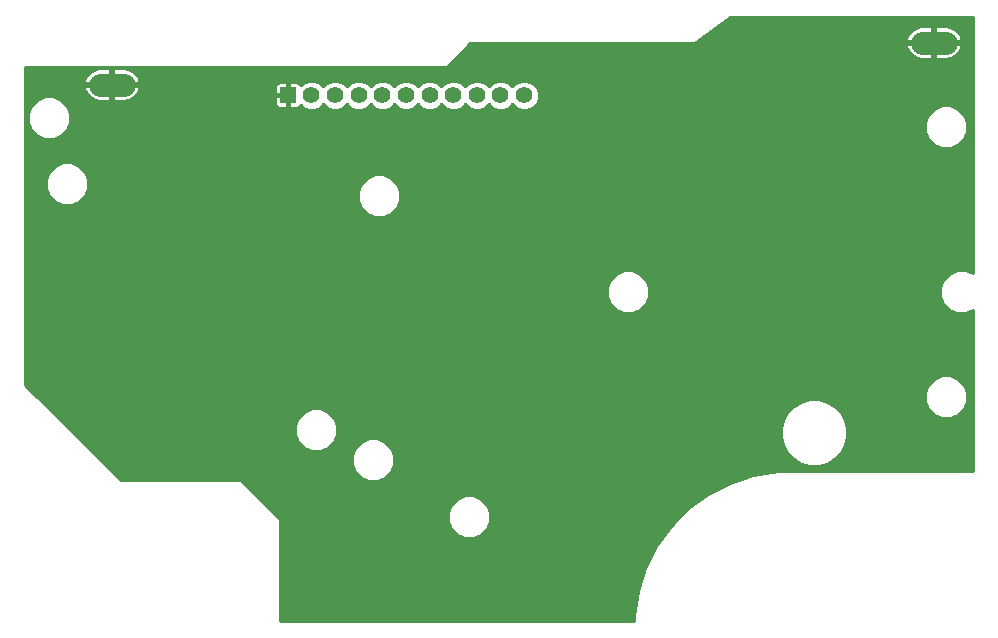
<source format=gbl>
G75*
%MOIN*%
%OFA0B0*%
%FSLAX25Y25*%
%IPPOS*%
%LPD*%
%AMOC8*
5,1,8,0,0,1.08239X$1,22.5*
%
%ADD10R,0.05600X0.05600*%
%ADD11C,0.05600*%
%ADD12C,0.07800*%
%ADD13C,0.01000*%
%ADD14C,0.03562*%
D10*
X0094454Y0181379D03*
D11*
X0102328Y0181379D03*
X0110202Y0181379D03*
X0118076Y0181379D03*
X0125950Y0181379D03*
X0133824Y0181379D03*
X0141698Y0181379D03*
X0149572Y0181379D03*
X0157446Y0181379D03*
X0165320Y0181379D03*
X0173194Y0181379D03*
D12*
X0305924Y0198942D02*
X0313724Y0198942D01*
X0039724Y0184942D02*
X0031924Y0184942D01*
D13*
X0006924Y0084812D02*
X0038693Y0053042D01*
X0078693Y0053042D01*
X0090693Y0041042D01*
X0090693Y0041042D01*
X0091924Y0039812D01*
X0091924Y0006042D01*
X0209724Y0006042D01*
X0209724Y0008043D01*
X0211006Y0016142D01*
X0211006Y0016142D01*
X0213541Y0023942D01*
X0213541Y0023942D01*
X0217264Y0031249D01*
X0217264Y0031249D01*
X0222084Y0037883D01*
X0222084Y0037883D01*
X0227883Y0043682D01*
X0227883Y0043682D01*
X0234517Y0048502D01*
X0234517Y0048502D01*
X0241824Y0052225D01*
X0241824Y0052225D01*
X0249623Y0054759D01*
X0249624Y0054759D01*
X0257723Y0056042D01*
X0322724Y0056042D01*
X0322724Y0109873D01*
X0320236Y0108842D01*
X0317411Y0108842D01*
X0314802Y0109923D01*
X0312805Y0111921D01*
X0311724Y0114530D01*
X0311724Y0117355D01*
X0312805Y0119964D01*
X0314802Y0121961D01*
X0317411Y0123042D01*
X0320236Y0123042D01*
X0322724Y0122012D01*
X0322724Y0207590D01*
X0241747Y0207590D01*
X0230614Y0199204D01*
X0230103Y0198693D01*
X0229936Y0198693D01*
X0229802Y0198592D01*
X0229086Y0198693D01*
X0155300Y0198693D01*
X0147426Y0190819D01*
X0006924Y0190819D01*
X0006924Y0084812D01*
X0006924Y0084822D02*
X0307746Y0084822D01*
X0307805Y0084964D02*
X0306724Y0082355D01*
X0306724Y0079530D01*
X0307805Y0076921D01*
X0309802Y0074923D01*
X0312411Y0073842D01*
X0315236Y0073842D01*
X0317845Y0074923D01*
X0319843Y0076921D01*
X0320924Y0079530D01*
X0320924Y0082355D01*
X0319843Y0084964D01*
X0317845Y0086961D01*
X0315236Y0088042D01*
X0312411Y0088042D01*
X0309802Y0086961D01*
X0307805Y0084964D01*
X0308661Y0085820D02*
X0006924Y0085820D01*
X0006924Y0086819D02*
X0309659Y0086819D01*
X0311868Y0087817D02*
X0006924Y0087817D01*
X0006924Y0088816D02*
X0322724Y0088816D01*
X0322724Y0089814D02*
X0006924Y0089814D01*
X0006924Y0090813D02*
X0322724Y0090813D01*
X0322724Y0091811D02*
X0006924Y0091811D01*
X0006924Y0092810D02*
X0322724Y0092810D01*
X0322724Y0093808D02*
X0006924Y0093808D01*
X0006924Y0094807D02*
X0322724Y0094807D01*
X0322724Y0095805D02*
X0006924Y0095805D01*
X0006924Y0096804D02*
X0322724Y0096804D01*
X0322724Y0097802D02*
X0006924Y0097802D01*
X0006924Y0098801D02*
X0322724Y0098801D01*
X0322724Y0099799D02*
X0006924Y0099799D01*
X0006924Y0100798D02*
X0322724Y0100798D01*
X0322724Y0101796D02*
X0006924Y0101796D01*
X0006924Y0102795D02*
X0322724Y0102795D01*
X0322724Y0103793D02*
X0006924Y0103793D01*
X0006924Y0104792D02*
X0322724Y0104792D01*
X0322724Y0105791D02*
X0006924Y0105791D01*
X0006924Y0106789D02*
X0322724Y0106789D01*
X0322724Y0107788D02*
X0006924Y0107788D01*
X0006924Y0108786D02*
X0322724Y0108786D01*
X0322724Y0109785D02*
X0322511Y0109785D01*
X0315137Y0109785D02*
X0211511Y0109785D01*
X0211845Y0109923D02*
X0213843Y0111921D01*
X0214924Y0114530D01*
X0214924Y0117355D01*
X0213843Y0119964D01*
X0211845Y0121961D01*
X0209236Y0123042D01*
X0206411Y0123042D01*
X0203802Y0121961D01*
X0201805Y0119964D01*
X0200724Y0117355D01*
X0200724Y0114530D01*
X0201805Y0111921D01*
X0203802Y0109923D01*
X0206411Y0108842D01*
X0209236Y0108842D01*
X0211845Y0109923D01*
X0212705Y0110783D02*
X0313942Y0110783D01*
X0312943Y0111782D02*
X0213704Y0111782D01*
X0214199Y0112780D02*
X0312448Y0112780D01*
X0312035Y0113779D02*
X0214612Y0113779D01*
X0214924Y0114777D02*
X0311724Y0114777D01*
X0311724Y0115776D02*
X0214924Y0115776D01*
X0214924Y0116774D02*
X0311724Y0116774D01*
X0311897Y0117773D02*
X0214750Y0117773D01*
X0214337Y0118771D02*
X0312310Y0118771D01*
X0312724Y0119770D02*
X0213923Y0119770D01*
X0213039Y0120768D02*
X0313609Y0120768D01*
X0314607Y0121767D02*
X0212040Y0121767D01*
X0209905Y0122765D02*
X0316742Y0122765D01*
X0320905Y0122765D02*
X0322724Y0122765D01*
X0322724Y0123764D02*
X0006924Y0123764D01*
X0006924Y0124762D02*
X0322724Y0124762D01*
X0322724Y0125761D02*
X0006924Y0125761D01*
X0006924Y0126759D02*
X0322724Y0126759D01*
X0322724Y0127758D02*
X0006924Y0127758D01*
X0006924Y0128756D02*
X0322724Y0128756D01*
X0322724Y0129755D02*
X0006924Y0129755D01*
X0006924Y0130753D02*
X0322724Y0130753D01*
X0322724Y0131752D02*
X0006924Y0131752D01*
X0006924Y0132750D02*
X0322724Y0132750D01*
X0322724Y0133749D02*
X0006924Y0133749D01*
X0006924Y0134747D02*
X0322724Y0134747D01*
X0322724Y0135746D02*
X0006924Y0135746D01*
X0006924Y0136744D02*
X0322724Y0136744D01*
X0322724Y0137743D02*
X0006924Y0137743D01*
X0006924Y0138741D02*
X0322724Y0138741D01*
X0322724Y0139740D02*
X0006924Y0139740D01*
X0006924Y0140738D02*
X0322724Y0140738D01*
X0322724Y0141737D02*
X0128396Y0141737D01*
X0128845Y0141923D02*
X0130843Y0143921D01*
X0131924Y0146530D01*
X0131924Y0149355D01*
X0130843Y0151964D01*
X0128845Y0153961D01*
X0126236Y0155042D01*
X0123411Y0155042D01*
X0120802Y0153961D01*
X0118805Y0151964D01*
X0117724Y0149355D01*
X0117724Y0146530D01*
X0118805Y0143921D01*
X0120802Y0141923D01*
X0123411Y0140842D01*
X0126236Y0140842D01*
X0128845Y0141923D01*
X0129658Y0142735D02*
X0322724Y0142735D01*
X0322724Y0143734D02*
X0130656Y0143734D01*
X0131179Y0144732D02*
X0322724Y0144732D01*
X0322724Y0145731D02*
X0131593Y0145731D01*
X0131924Y0146729D02*
X0322724Y0146729D01*
X0322724Y0147728D02*
X0131924Y0147728D01*
X0131924Y0148727D02*
X0322724Y0148727D01*
X0322724Y0149725D02*
X0131770Y0149725D01*
X0131357Y0150724D02*
X0322724Y0150724D01*
X0322724Y0151722D02*
X0130943Y0151722D01*
X0130086Y0152721D02*
X0322724Y0152721D01*
X0322724Y0153719D02*
X0129088Y0153719D01*
X0127020Y0154718D02*
X0322724Y0154718D01*
X0322724Y0155716D02*
X0026945Y0155716D01*
X0026843Y0155964D02*
X0024845Y0157961D01*
X0022236Y0159042D01*
X0019411Y0159042D01*
X0016802Y0157961D01*
X0014805Y0155964D01*
X0013724Y0153355D01*
X0013724Y0150530D01*
X0014805Y0147921D01*
X0016802Y0145923D01*
X0019411Y0144842D01*
X0022236Y0144842D01*
X0024845Y0145923D01*
X0026843Y0147921D01*
X0027924Y0150530D01*
X0027924Y0153355D01*
X0026843Y0155964D01*
X0026092Y0156715D02*
X0322724Y0156715D01*
X0322724Y0157713D02*
X0025094Y0157713D01*
X0023034Y0158712D02*
X0322724Y0158712D01*
X0322724Y0159710D02*
X0006924Y0159710D01*
X0006924Y0158712D02*
X0018613Y0158712D01*
X0016553Y0157713D02*
X0006924Y0157713D01*
X0006924Y0156715D02*
X0015555Y0156715D01*
X0014702Y0155716D02*
X0006924Y0155716D01*
X0006924Y0154718D02*
X0014288Y0154718D01*
X0013875Y0153719D02*
X0006924Y0153719D01*
X0006924Y0152721D02*
X0013724Y0152721D01*
X0013724Y0151722D02*
X0006924Y0151722D01*
X0006924Y0150724D02*
X0013724Y0150724D01*
X0014057Y0149725D02*
X0006924Y0149725D01*
X0006924Y0148727D02*
X0014471Y0148727D01*
X0014997Y0147728D02*
X0006924Y0147728D01*
X0006924Y0146729D02*
X0015996Y0146729D01*
X0017266Y0145731D02*
X0006924Y0145731D01*
X0006924Y0144732D02*
X0118468Y0144732D01*
X0118055Y0145731D02*
X0024381Y0145731D01*
X0025652Y0146729D02*
X0117724Y0146729D01*
X0117724Y0147728D02*
X0026650Y0147728D01*
X0027177Y0148727D02*
X0117724Y0148727D01*
X0117877Y0149725D02*
X0027590Y0149725D01*
X0027924Y0150724D02*
X0118291Y0150724D01*
X0118704Y0151722D02*
X0027924Y0151722D01*
X0027924Y0152721D02*
X0119561Y0152721D01*
X0120559Y0153719D02*
X0027773Y0153719D01*
X0027359Y0154718D02*
X0122627Y0154718D01*
X0118991Y0143734D02*
X0006924Y0143734D01*
X0006924Y0142735D02*
X0119990Y0142735D01*
X0121252Y0141737D02*
X0006924Y0141737D01*
X0006924Y0160709D02*
X0322724Y0160709D01*
X0322724Y0161707D02*
X0006924Y0161707D01*
X0006924Y0162706D02*
X0322724Y0162706D01*
X0322724Y0163704D02*
X0006924Y0163704D01*
X0006924Y0164703D02*
X0310334Y0164703D01*
X0309802Y0164923D02*
X0307805Y0166921D01*
X0306724Y0169530D01*
X0306724Y0172355D01*
X0307805Y0174964D01*
X0309802Y0176961D01*
X0312411Y0178042D01*
X0315236Y0178042D01*
X0317845Y0176961D01*
X0319843Y0174964D01*
X0320924Y0172355D01*
X0320924Y0169530D01*
X0319843Y0166921D01*
X0317845Y0164923D01*
X0315236Y0163842D01*
X0312411Y0163842D01*
X0309802Y0164923D01*
X0309024Y0165701D02*
X0006924Y0165701D01*
X0006924Y0166700D02*
X0308025Y0166700D01*
X0307482Y0167698D02*
X0018302Y0167698D01*
X0018845Y0167923D02*
X0020843Y0169921D01*
X0021924Y0172530D01*
X0021924Y0175355D01*
X0020843Y0177964D01*
X0018845Y0179961D01*
X0016236Y0181042D01*
X0013411Y0181042D01*
X0010802Y0179961D01*
X0008805Y0177964D01*
X0007724Y0175355D01*
X0007724Y0172530D01*
X0008805Y0169921D01*
X0010802Y0167923D01*
X0013411Y0166842D01*
X0016236Y0166842D01*
X0018845Y0167923D01*
X0019619Y0168697D02*
X0307069Y0168697D01*
X0306724Y0169695D02*
X0020617Y0169695D01*
X0021163Y0170694D02*
X0306724Y0170694D01*
X0306724Y0171692D02*
X0021577Y0171692D01*
X0021924Y0172691D02*
X0306863Y0172691D01*
X0307276Y0173689D02*
X0021924Y0173689D01*
X0021924Y0174688D02*
X0307690Y0174688D01*
X0308527Y0175686D02*
X0021786Y0175686D01*
X0021373Y0176685D02*
X0100857Y0176685D01*
X0101353Y0176479D02*
X0099552Y0177225D01*
X0098678Y0178099D01*
X0098651Y0178000D01*
X0098454Y0177658D01*
X0098175Y0177379D01*
X0097833Y0177182D01*
X0097451Y0177079D01*
X0094854Y0177079D01*
X0094854Y0180979D01*
X0094054Y0180979D01*
X0094054Y0177079D01*
X0091456Y0177079D01*
X0091075Y0177182D01*
X0090733Y0177379D01*
X0090453Y0177658D01*
X0090256Y0178000D01*
X0090154Y0178382D01*
X0090154Y0180979D01*
X0094053Y0180979D01*
X0094053Y0181779D01*
X0090154Y0181779D01*
X0090154Y0184377D01*
X0090256Y0184758D01*
X0090453Y0185100D01*
X0090733Y0185380D01*
X0091075Y0185577D01*
X0091456Y0185679D01*
X0094054Y0185679D01*
X0094054Y0181779D01*
X0094854Y0181779D01*
X0094854Y0185679D01*
X0097451Y0185679D01*
X0097833Y0185577D01*
X0098175Y0185380D01*
X0098454Y0185100D01*
X0098651Y0184758D01*
X0098678Y0184659D01*
X0099552Y0185533D01*
X0101353Y0186279D01*
X0103302Y0186279D01*
X0105103Y0185533D01*
X0106265Y0184372D01*
X0107426Y0185533D01*
X0109227Y0186279D01*
X0111176Y0186279D01*
X0112977Y0185533D01*
X0114139Y0184372D01*
X0115300Y0185533D01*
X0117101Y0186279D01*
X0119050Y0186279D01*
X0120851Y0185533D01*
X0122013Y0184372D01*
X0123174Y0185533D01*
X0124975Y0186279D01*
X0126924Y0186279D01*
X0128725Y0185533D01*
X0129887Y0184372D01*
X0131048Y0185533D01*
X0132849Y0186279D01*
X0134798Y0186279D01*
X0136599Y0185533D01*
X0137761Y0184372D01*
X0138922Y0185533D01*
X0140723Y0186279D01*
X0142672Y0186279D01*
X0144473Y0185533D01*
X0145635Y0184372D01*
X0146796Y0185533D01*
X0148597Y0186279D01*
X0150546Y0186279D01*
X0152347Y0185533D01*
X0153509Y0184372D01*
X0154670Y0185533D01*
X0156471Y0186279D01*
X0158420Y0186279D01*
X0160221Y0185533D01*
X0161383Y0184372D01*
X0162544Y0185533D01*
X0164345Y0186279D01*
X0166294Y0186279D01*
X0168095Y0185533D01*
X0169257Y0184372D01*
X0170418Y0185533D01*
X0172219Y0186279D01*
X0174168Y0186279D01*
X0175969Y0185533D01*
X0177348Y0184155D01*
X0178094Y0182354D01*
X0178094Y0180405D01*
X0177348Y0178604D01*
X0175969Y0177225D01*
X0174168Y0176479D01*
X0172219Y0176479D01*
X0170418Y0177225D01*
X0169257Y0178387D01*
X0168095Y0177225D01*
X0166294Y0176479D01*
X0164345Y0176479D01*
X0162544Y0177225D01*
X0161383Y0178387D01*
X0160221Y0177225D01*
X0158420Y0176479D01*
X0156471Y0176479D01*
X0154670Y0177225D01*
X0153509Y0178387D01*
X0152347Y0177225D01*
X0150546Y0176479D01*
X0148597Y0176479D01*
X0146796Y0177225D01*
X0145635Y0178387D01*
X0144473Y0177225D01*
X0142672Y0176479D01*
X0140723Y0176479D01*
X0138922Y0177225D01*
X0137761Y0178387D01*
X0136599Y0177225D01*
X0134798Y0176479D01*
X0132849Y0176479D01*
X0131048Y0177225D01*
X0129887Y0178387D01*
X0128725Y0177225D01*
X0126924Y0176479D01*
X0124975Y0176479D01*
X0123174Y0177225D01*
X0122013Y0178387D01*
X0120851Y0177225D01*
X0119050Y0176479D01*
X0117101Y0176479D01*
X0115300Y0177225D01*
X0114139Y0178387D01*
X0112977Y0177225D01*
X0111176Y0176479D01*
X0109227Y0176479D01*
X0107426Y0177225D01*
X0106265Y0178387D01*
X0105103Y0177225D01*
X0103302Y0176479D01*
X0101353Y0176479D01*
X0103798Y0176685D02*
X0108731Y0176685D01*
X0106968Y0177683D02*
X0105561Y0177683D01*
X0111672Y0176685D02*
X0116605Y0176685D01*
X0114842Y0177683D02*
X0113435Y0177683D01*
X0119546Y0176685D02*
X0124479Y0176685D01*
X0122716Y0177683D02*
X0121309Y0177683D01*
X0127420Y0176685D02*
X0132353Y0176685D01*
X0130590Y0177683D02*
X0129183Y0177683D01*
X0135294Y0176685D02*
X0140227Y0176685D01*
X0138464Y0177683D02*
X0137057Y0177683D01*
X0143168Y0176685D02*
X0148101Y0176685D01*
X0146338Y0177683D02*
X0144931Y0177683D01*
X0151042Y0176685D02*
X0155975Y0176685D01*
X0154212Y0177683D02*
X0152805Y0177683D01*
X0158916Y0176685D02*
X0163849Y0176685D01*
X0162086Y0177683D02*
X0160679Y0177683D01*
X0166790Y0176685D02*
X0171723Y0176685D01*
X0169960Y0177683D02*
X0168553Y0177683D01*
X0174664Y0176685D02*
X0309525Y0176685D01*
X0311545Y0177683D02*
X0176427Y0177683D01*
X0177380Y0178682D02*
X0322724Y0178682D01*
X0322724Y0179680D02*
X0177794Y0179680D01*
X0178094Y0180679D02*
X0322724Y0180679D01*
X0322724Y0181677D02*
X0178094Y0181677D01*
X0177960Y0182676D02*
X0322724Y0182676D01*
X0322724Y0183674D02*
X0177547Y0183674D01*
X0176830Y0184673D02*
X0322724Y0184673D01*
X0322724Y0185671D02*
X0175636Y0185671D01*
X0170751Y0185671D02*
X0167762Y0185671D01*
X0168956Y0184673D02*
X0169558Y0184673D01*
X0162877Y0185671D02*
X0159888Y0185671D01*
X0161082Y0184673D02*
X0161684Y0184673D01*
X0155003Y0185671D02*
X0152014Y0185671D01*
X0153208Y0184673D02*
X0153810Y0184673D01*
X0147129Y0185671D02*
X0144140Y0185671D01*
X0145334Y0184673D02*
X0145936Y0184673D01*
X0139255Y0185671D02*
X0136266Y0185671D01*
X0137460Y0184673D02*
X0138062Y0184673D01*
X0131381Y0185671D02*
X0128392Y0185671D01*
X0129586Y0184673D02*
X0130188Y0184673D01*
X0123507Y0185671D02*
X0120518Y0185671D01*
X0121712Y0184673D02*
X0122314Y0184673D01*
X0115633Y0185671D02*
X0112644Y0185671D01*
X0113838Y0184673D02*
X0114439Y0184673D01*
X0107759Y0185671D02*
X0104770Y0185671D01*
X0105964Y0184673D02*
X0106565Y0184673D01*
X0099885Y0185671D02*
X0097481Y0185671D01*
X0098674Y0184673D02*
X0098691Y0184673D01*
X0094854Y0184673D02*
X0094054Y0184673D01*
X0094054Y0185671D02*
X0094854Y0185671D01*
X0094854Y0183674D02*
X0094054Y0183674D01*
X0094054Y0182676D02*
X0094854Y0182676D01*
X0094053Y0181677D02*
X0044026Y0181677D01*
X0043843Y0181424D02*
X0044342Y0182112D01*
X0044728Y0182869D01*
X0044991Y0183678D01*
X0045112Y0184442D01*
X0036324Y0184442D01*
X0036324Y0185442D01*
X0045112Y0185442D01*
X0044991Y0186207D01*
X0044728Y0187015D01*
X0044342Y0187773D01*
X0043843Y0188460D01*
X0043241Y0189061D01*
X0042554Y0189561D01*
X0041796Y0189947D01*
X0040988Y0190209D01*
X0040149Y0190342D01*
X0036324Y0190342D01*
X0036324Y0185442D01*
X0035324Y0185442D01*
X0035324Y0190342D01*
X0031499Y0190342D01*
X0030659Y0190209D01*
X0029851Y0189947D01*
X0029093Y0189561D01*
X0028406Y0189061D01*
X0027805Y0188460D01*
X0027305Y0187773D01*
X0026919Y0187015D01*
X0026657Y0186207D01*
X0026535Y0185442D01*
X0035324Y0185442D01*
X0035324Y0184442D01*
X0036324Y0184442D01*
X0036324Y0179542D01*
X0040149Y0179542D01*
X0040988Y0179675D01*
X0041796Y0179938D01*
X0042554Y0180324D01*
X0043241Y0180823D01*
X0043843Y0181424D01*
X0043042Y0180679D02*
X0090154Y0180679D01*
X0090154Y0179680D02*
X0041004Y0179680D01*
X0036324Y0179680D02*
X0035324Y0179680D01*
X0035324Y0179542D02*
X0031499Y0179542D01*
X0030659Y0179675D01*
X0029851Y0179938D01*
X0029093Y0180324D01*
X0028406Y0180823D01*
X0027805Y0181424D01*
X0027305Y0182112D01*
X0026919Y0182869D01*
X0026657Y0183678D01*
X0026535Y0184442D01*
X0035324Y0184442D01*
X0035324Y0179542D01*
X0035324Y0180679D02*
X0036324Y0180679D01*
X0036324Y0181677D02*
X0035324Y0181677D01*
X0035324Y0182676D02*
X0036324Y0182676D01*
X0036324Y0183674D02*
X0035324Y0183674D01*
X0035324Y0184673D02*
X0006924Y0184673D01*
X0006924Y0185671D02*
X0026572Y0185671D01*
X0026807Y0186670D02*
X0006924Y0186670D01*
X0006924Y0187668D02*
X0027252Y0187668D01*
X0028011Y0188667D02*
X0006924Y0188667D01*
X0006924Y0189665D02*
X0029299Y0189665D01*
X0035324Y0189665D02*
X0036324Y0189665D01*
X0036324Y0188667D02*
X0035324Y0188667D01*
X0035324Y0187668D02*
X0036324Y0187668D01*
X0036324Y0186670D02*
X0035324Y0186670D01*
X0035324Y0185671D02*
X0036324Y0185671D01*
X0036324Y0184673D02*
X0090233Y0184673D01*
X0090154Y0183674D02*
X0044990Y0183674D01*
X0044629Y0182676D02*
X0090154Y0182676D01*
X0091426Y0185671D02*
X0045075Y0185671D01*
X0044840Y0186670D02*
X0322724Y0186670D01*
X0322724Y0187668D02*
X0044395Y0187668D01*
X0043636Y0188667D02*
X0322724Y0188667D01*
X0322724Y0189665D02*
X0042349Y0189665D01*
X0030644Y0179680D02*
X0019127Y0179680D01*
X0020125Y0178682D02*
X0090154Y0178682D01*
X0090439Y0177683D02*
X0020959Y0177683D01*
X0017113Y0180679D02*
X0028605Y0180679D01*
X0027621Y0181677D02*
X0006924Y0181677D01*
X0006924Y0180679D02*
X0012534Y0180679D01*
X0010521Y0179680D02*
X0006924Y0179680D01*
X0006924Y0178682D02*
X0009522Y0178682D01*
X0008688Y0177683D02*
X0006924Y0177683D01*
X0006924Y0176685D02*
X0008275Y0176685D01*
X0007861Y0175686D02*
X0006924Y0175686D01*
X0006924Y0174688D02*
X0007724Y0174688D01*
X0007724Y0173689D02*
X0006924Y0173689D01*
X0006924Y0172691D02*
X0007724Y0172691D01*
X0008071Y0171692D02*
X0006924Y0171692D01*
X0006924Y0170694D02*
X0008484Y0170694D01*
X0009030Y0169695D02*
X0006924Y0169695D01*
X0006924Y0168697D02*
X0010028Y0168697D01*
X0011345Y0167698D02*
X0006924Y0167698D01*
X0006924Y0182676D02*
X0027018Y0182676D01*
X0026658Y0183674D02*
X0006924Y0183674D01*
X0006924Y0190664D02*
X0322724Y0190664D01*
X0322724Y0191662D02*
X0148270Y0191662D01*
X0149268Y0192661D02*
X0322724Y0192661D01*
X0322724Y0193660D02*
X0314888Y0193660D01*
X0314988Y0193675D02*
X0315796Y0193938D01*
X0316554Y0194324D01*
X0317241Y0194823D01*
X0317843Y0195424D01*
X0318342Y0196112D01*
X0318728Y0196869D01*
X0318991Y0197678D01*
X0319112Y0198442D01*
X0310324Y0198442D01*
X0310324Y0199442D01*
X0319112Y0199442D01*
X0318991Y0200207D01*
X0318728Y0201015D01*
X0318342Y0201773D01*
X0317843Y0202460D01*
X0317241Y0203061D01*
X0316554Y0203561D01*
X0315796Y0203947D01*
X0314988Y0204209D01*
X0314149Y0204342D01*
X0310324Y0204342D01*
X0310324Y0199442D01*
X0309324Y0199442D01*
X0309324Y0204342D01*
X0305499Y0204342D01*
X0304659Y0204209D01*
X0303851Y0203947D01*
X0303093Y0203561D01*
X0302406Y0203061D01*
X0301805Y0202460D01*
X0301305Y0201773D01*
X0300919Y0201015D01*
X0300657Y0200207D01*
X0300535Y0199442D01*
X0309324Y0199442D01*
X0309324Y0198442D01*
X0310324Y0198442D01*
X0310324Y0193542D01*
X0314149Y0193542D01*
X0314988Y0193675D01*
X0317014Y0194658D02*
X0322724Y0194658D01*
X0322724Y0195657D02*
X0318011Y0195657D01*
X0318619Y0196655D02*
X0322724Y0196655D01*
X0322724Y0197654D02*
X0318983Y0197654D01*
X0319079Y0199651D02*
X0322724Y0199651D01*
X0322724Y0200649D02*
X0318847Y0200649D01*
X0318406Y0201648D02*
X0322724Y0201648D01*
X0322724Y0202646D02*
X0317657Y0202646D01*
X0316389Y0203645D02*
X0322724Y0203645D01*
X0322724Y0204643D02*
X0237834Y0204643D01*
X0236509Y0203645D02*
X0303258Y0203645D01*
X0301991Y0202646D02*
X0235183Y0202646D01*
X0233858Y0201648D02*
X0301241Y0201648D01*
X0300800Y0200649D02*
X0232532Y0200649D01*
X0231207Y0199651D02*
X0300568Y0199651D01*
X0300535Y0198442D02*
X0300657Y0197678D01*
X0300919Y0196869D01*
X0301305Y0196112D01*
X0301805Y0195424D01*
X0302406Y0194823D01*
X0303093Y0194324D01*
X0303851Y0193938D01*
X0304659Y0193675D01*
X0305499Y0193542D01*
X0309324Y0193542D01*
X0309324Y0198442D01*
X0300535Y0198442D01*
X0300664Y0197654D02*
X0154261Y0197654D01*
X0155259Y0198652D02*
X0229375Y0198652D01*
X0229882Y0198652D02*
X0309324Y0198652D01*
X0309324Y0197654D02*
X0310324Y0197654D01*
X0310324Y0198652D02*
X0322724Y0198652D01*
X0310324Y0199651D02*
X0309324Y0199651D01*
X0309324Y0200649D02*
X0310324Y0200649D01*
X0310324Y0201648D02*
X0309324Y0201648D01*
X0309324Y0202646D02*
X0310324Y0202646D01*
X0310324Y0203645D02*
X0309324Y0203645D01*
X0309324Y0196655D02*
X0310324Y0196655D01*
X0310324Y0195657D02*
X0309324Y0195657D01*
X0309324Y0194658D02*
X0310324Y0194658D01*
X0310324Y0193660D02*
X0309324Y0193660D01*
X0304759Y0193660D02*
X0150267Y0193660D01*
X0151265Y0194658D02*
X0302633Y0194658D01*
X0301636Y0195657D02*
X0152264Y0195657D01*
X0153262Y0196655D02*
X0301028Y0196655D01*
X0322724Y0205642D02*
X0239160Y0205642D01*
X0240485Y0206640D02*
X0322724Y0206640D01*
X0322724Y0177683D02*
X0316103Y0177683D01*
X0318122Y0176685D02*
X0322724Y0176685D01*
X0322724Y0175686D02*
X0319121Y0175686D01*
X0319957Y0174688D02*
X0322724Y0174688D01*
X0322724Y0173689D02*
X0320371Y0173689D01*
X0320784Y0172691D02*
X0322724Y0172691D01*
X0322724Y0171692D02*
X0320924Y0171692D01*
X0320924Y0170694D02*
X0322724Y0170694D01*
X0322724Y0169695D02*
X0320924Y0169695D01*
X0320578Y0168697D02*
X0322724Y0168697D01*
X0322724Y0167698D02*
X0320165Y0167698D01*
X0319622Y0166700D02*
X0322724Y0166700D01*
X0322724Y0165701D02*
X0318623Y0165701D01*
X0317313Y0164703D02*
X0322724Y0164703D01*
X0205742Y0122765D02*
X0006924Y0122765D01*
X0006924Y0121767D02*
X0203607Y0121767D01*
X0202609Y0120768D02*
X0006924Y0120768D01*
X0006924Y0119770D02*
X0201724Y0119770D01*
X0201310Y0118771D02*
X0006924Y0118771D01*
X0006924Y0117773D02*
X0200897Y0117773D01*
X0200724Y0116774D02*
X0006924Y0116774D01*
X0006924Y0115776D02*
X0200724Y0115776D01*
X0200724Y0114777D02*
X0006924Y0114777D01*
X0006924Y0113779D02*
X0201035Y0113779D01*
X0201448Y0112780D02*
X0006924Y0112780D01*
X0006924Y0111782D02*
X0201943Y0111782D01*
X0202942Y0110783D02*
X0006924Y0110783D01*
X0006924Y0109785D02*
X0204137Y0109785D01*
X0260941Y0075758D02*
X0259480Y0073227D01*
X0258724Y0070404D01*
X0258724Y0067481D01*
X0259480Y0064658D01*
X0260941Y0062127D01*
X0263008Y0060060D01*
X0265539Y0058599D01*
X0268362Y0057842D01*
X0271285Y0057842D01*
X0274108Y0058599D01*
X0276639Y0060060D01*
X0278706Y0062127D01*
X0280167Y0064658D01*
X0280924Y0067481D01*
X0280924Y0070404D01*
X0280167Y0073227D01*
X0278706Y0075758D01*
X0276639Y0077825D01*
X0274108Y0079286D01*
X0271285Y0080042D01*
X0268362Y0080042D01*
X0265539Y0079286D01*
X0263008Y0077825D01*
X0260941Y0075758D01*
X0261019Y0075835D02*
X0107972Y0075835D01*
X0107845Y0075961D02*
X0105236Y0077042D01*
X0102411Y0077042D01*
X0099802Y0075961D01*
X0097805Y0073964D01*
X0096724Y0071355D01*
X0096724Y0068530D01*
X0097805Y0065921D01*
X0099802Y0063923D01*
X0102411Y0062842D01*
X0105236Y0062842D01*
X0107845Y0063923D01*
X0109843Y0065921D01*
X0110924Y0068530D01*
X0110924Y0071355D01*
X0109843Y0073964D01*
X0107845Y0075961D01*
X0108970Y0074837D02*
X0260410Y0074837D01*
X0259833Y0073838D02*
X0109895Y0073838D01*
X0110309Y0072840D02*
X0259376Y0072840D01*
X0259109Y0071841D02*
X0110722Y0071841D01*
X0110924Y0070843D02*
X0258841Y0070843D01*
X0258724Y0069844D02*
X0110924Y0069844D01*
X0110924Y0068846D02*
X0258724Y0068846D01*
X0258724Y0067847D02*
X0110641Y0067847D01*
X0110227Y0066849D02*
X0120944Y0066849D01*
X0121411Y0067042D02*
X0118802Y0065961D01*
X0116805Y0063964D01*
X0115724Y0061355D01*
X0115724Y0058530D01*
X0116805Y0055921D01*
X0118802Y0053923D01*
X0121411Y0052842D01*
X0124236Y0052842D01*
X0126845Y0053923D01*
X0128843Y0055921D01*
X0129924Y0058530D01*
X0129924Y0061355D01*
X0128843Y0063964D01*
X0126845Y0065961D01*
X0124236Y0067042D01*
X0121411Y0067042D01*
X0118690Y0065850D02*
X0109772Y0065850D01*
X0108774Y0064852D02*
X0117692Y0064852D01*
X0116759Y0063853D02*
X0107676Y0063853D01*
X0105265Y0062855D02*
X0116345Y0062855D01*
X0115931Y0061856D02*
X0029880Y0061856D01*
X0030878Y0060858D02*
X0115724Y0060858D01*
X0115724Y0059859D02*
X0031877Y0059859D01*
X0032875Y0058860D02*
X0115724Y0058860D01*
X0116000Y0057862D02*
X0033874Y0057862D01*
X0034872Y0056863D02*
X0116414Y0056863D01*
X0116860Y0055865D02*
X0035871Y0055865D01*
X0036869Y0054866D02*
X0117859Y0054866D01*
X0118935Y0053868D02*
X0037868Y0053868D01*
X0028881Y0062855D02*
X0102382Y0062855D01*
X0099971Y0063853D02*
X0027883Y0063853D01*
X0026884Y0064852D02*
X0098873Y0064852D01*
X0097875Y0065850D02*
X0025886Y0065850D01*
X0024887Y0066849D02*
X0097420Y0066849D01*
X0097007Y0067847D02*
X0023889Y0067847D01*
X0022890Y0068846D02*
X0096724Y0068846D01*
X0096724Y0069844D02*
X0021892Y0069844D01*
X0020893Y0070843D02*
X0096724Y0070843D01*
X0096925Y0071841D02*
X0019895Y0071841D01*
X0018896Y0072840D02*
X0097339Y0072840D01*
X0097752Y0073838D02*
X0017898Y0073838D01*
X0016899Y0074837D02*
X0098677Y0074837D01*
X0099676Y0075835D02*
X0015901Y0075835D01*
X0014902Y0076834D02*
X0101908Y0076834D01*
X0105740Y0076834D02*
X0262017Y0076834D01*
X0263021Y0077832D02*
X0013904Y0077832D01*
X0012905Y0078831D02*
X0264751Y0078831D01*
X0267567Y0079829D02*
X0011907Y0079829D01*
X0010908Y0080828D02*
X0306724Y0080828D01*
X0306724Y0081826D02*
X0009910Y0081826D01*
X0008911Y0082825D02*
X0306918Y0082825D01*
X0307332Y0083823D02*
X0007913Y0083823D01*
X0078866Y0052869D02*
X0121346Y0052869D01*
X0124301Y0052869D02*
X0243807Y0052869D01*
X0241129Y0051871D02*
X0079865Y0051871D01*
X0080863Y0050872D02*
X0239169Y0050872D01*
X0237209Y0049874D02*
X0081862Y0049874D01*
X0082860Y0048875D02*
X0235250Y0048875D01*
X0233656Y0047877D02*
X0156635Y0047877D01*
X0156236Y0048042D02*
X0158845Y0046961D01*
X0160843Y0044964D01*
X0161924Y0042355D01*
X0161924Y0039530D01*
X0160843Y0036921D01*
X0158845Y0034923D01*
X0156236Y0033842D01*
X0153411Y0033842D01*
X0150802Y0034923D01*
X0148805Y0036921D01*
X0147724Y0039530D01*
X0147724Y0042355D01*
X0148805Y0044964D01*
X0150802Y0046961D01*
X0153411Y0048042D01*
X0156236Y0048042D01*
X0158929Y0046878D02*
X0232282Y0046878D01*
X0230908Y0045880D02*
X0159927Y0045880D01*
X0160877Y0044881D02*
X0229533Y0044881D01*
X0228159Y0043883D02*
X0161291Y0043883D01*
X0161704Y0042884D02*
X0227085Y0042884D01*
X0226087Y0041886D02*
X0161924Y0041886D01*
X0161924Y0040887D02*
X0225088Y0040887D01*
X0224090Y0039889D02*
X0161924Y0039889D01*
X0161659Y0038890D02*
X0223091Y0038890D01*
X0222092Y0037892D02*
X0161245Y0037892D01*
X0160815Y0036893D02*
X0221365Y0036893D01*
X0220639Y0035895D02*
X0159817Y0035895D01*
X0158780Y0034896D02*
X0219914Y0034896D01*
X0219188Y0033898D02*
X0156370Y0033898D01*
X0153278Y0033898D02*
X0091924Y0033898D01*
X0091924Y0034896D02*
X0150867Y0034896D01*
X0149830Y0035895D02*
X0091924Y0035895D01*
X0091924Y0036893D02*
X0148832Y0036893D01*
X0148402Y0037892D02*
X0091924Y0037892D01*
X0091924Y0038890D02*
X0147989Y0038890D01*
X0147724Y0039889D02*
X0091847Y0039889D01*
X0090849Y0040887D02*
X0147724Y0040887D01*
X0147724Y0041886D02*
X0089850Y0041886D01*
X0088852Y0042884D02*
X0147943Y0042884D01*
X0148357Y0043883D02*
X0087853Y0043883D01*
X0086854Y0044881D02*
X0148770Y0044881D01*
X0149720Y0045880D02*
X0085856Y0045880D01*
X0084857Y0046878D02*
X0150719Y0046878D01*
X0153012Y0047877D02*
X0083859Y0047877D01*
X0091924Y0032899D02*
X0218463Y0032899D01*
X0217737Y0031901D02*
X0091924Y0031901D01*
X0091924Y0030902D02*
X0217087Y0030902D01*
X0216578Y0029904D02*
X0091924Y0029904D01*
X0091924Y0028905D02*
X0216070Y0028905D01*
X0215561Y0027907D02*
X0091924Y0027907D01*
X0091924Y0026908D02*
X0215052Y0026908D01*
X0214543Y0025910D02*
X0091924Y0025910D01*
X0091924Y0024911D02*
X0214035Y0024911D01*
X0213531Y0023913D02*
X0091924Y0023913D01*
X0091924Y0022914D02*
X0213207Y0022914D01*
X0212882Y0021916D02*
X0091924Y0021916D01*
X0091924Y0020917D02*
X0212558Y0020917D01*
X0212233Y0019919D02*
X0091924Y0019919D01*
X0091924Y0018920D02*
X0211909Y0018920D01*
X0211585Y0017922D02*
X0091924Y0017922D01*
X0091924Y0016923D02*
X0211260Y0016923D01*
X0210972Y0015924D02*
X0091924Y0015924D01*
X0091924Y0014926D02*
X0210814Y0014926D01*
X0210656Y0013927D02*
X0091924Y0013927D01*
X0091924Y0012929D02*
X0210498Y0012929D01*
X0210339Y0011930D02*
X0091924Y0011930D01*
X0091924Y0010932D02*
X0210181Y0010932D01*
X0210023Y0009933D02*
X0091924Y0009933D01*
X0091924Y0008935D02*
X0209865Y0008935D01*
X0209724Y0007936D02*
X0091924Y0007936D01*
X0091924Y0006938D02*
X0209724Y0006938D01*
X0246880Y0053868D02*
X0126712Y0053868D01*
X0127789Y0054866D02*
X0250299Y0054866D01*
X0256603Y0055865D02*
X0128787Y0055865D01*
X0129233Y0056863D02*
X0322724Y0056863D01*
X0322724Y0057862D02*
X0271358Y0057862D01*
X0268289Y0057862D02*
X0129647Y0057862D01*
X0129924Y0058860D02*
X0265086Y0058860D01*
X0263356Y0059859D02*
X0129924Y0059859D01*
X0129924Y0060858D02*
X0262211Y0060858D01*
X0261212Y0061856D02*
X0129716Y0061856D01*
X0129302Y0062855D02*
X0260521Y0062855D01*
X0259945Y0063853D02*
X0128889Y0063853D01*
X0127955Y0064852D02*
X0259428Y0064852D01*
X0259161Y0065850D02*
X0126957Y0065850D01*
X0124704Y0066849D02*
X0258893Y0066849D01*
X0274561Y0058860D02*
X0322724Y0058860D01*
X0322724Y0059859D02*
X0276291Y0059859D01*
X0277437Y0060858D02*
X0322724Y0060858D01*
X0322724Y0061856D02*
X0278435Y0061856D01*
X0279126Y0062855D02*
X0322724Y0062855D01*
X0322724Y0063853D02*
X0279702Y0063853D01*
X0280219Y0064852D02*
X0322724Y0064852D01*
X0322724Y0065850D02*
X0280487Y0065850D01*
X0280754Y0066849D02*
X0322724Y0066849D01*
X0322724Y0067847D02*
X0280924Y0067847D01*
X0280924Y0068846D02*
X0322724Y0068846D01*
X0322724Y0069844D02*
X0280924Y0069844D01*
X0280806Y0070843D02*
X0322724Y0070843D01*
X0322724Y0071841D02*
X0280538Y0071841D01*
X0280271Y0072840D02*
X0322724Y0072840D01*
X0322724Y0073838D02*
X0279814Y0073838D01*
X0279238Y0074837D02*
X0310011Y0074837D01*
X0308890Y0075835D02*
X0278629Y0075835D01*
X0277630Y0076834D02*
X0307891Y0076834D01*
X0307427Y0077832D02*
X0276626Y0077832D01*
X0274896Y0078831D02*
X0307013Y0078831D01*
X0306724Y0079829D02*
X0272080Y0079829D01*
X0315779Y0087817D02*
X0322724Y0087817D01*
X0322724Y0086819D02*
X0317988Y0086819D01*
X0318987Y0085820D02*
X0322724Y0085820D01*
X0322724Y0084822D02*
X0319902Y0084822D01*
X0320315Y0083823D02*
X0322724Y0083823D01*
X0322724Y0082825D02*
X0320729Y0082825D01*
X0320924Y0081826D02*
X0322724Y0081826D01*
X0322724Y0080828D02*
X0320924Y0080828D01*
X0320924Y0079829D02*
X0322724Y0079829D01*
X0322724Y0078831D02*
X0320634Y0078831D01*
X0320220Y0077832D02*
X0322724Y0077832D01*
X0322724Y0076834D02*
X0319756Y0076834D01*
X0318757Y0075835D02*
X0322724Y0075835D01*
X0322724Y0074837D02*
X0317636Y0074837D01*
X0099094Y0177683D02*
X0098468Y0177683D01*
X0094854Y0177683D02*
X0094054Y0177683D01*
X0094054Y0178682D02*
X0094854Y0178682D01*
X0094854Y0179680D02*
X0094054Y0179680D01*
X0094054Y0180679D02*
X0094854Y0180679D01*
D14*
X0055020Y0121344D03*
X0075020Y0101344D03*
X0013446Y0091501D03*
X0089824Y0053942D03*
X0147343Y0052171D03*
X0202580Y0051580D03*
X0230139Y0075202D03*
X0294509Y0097879D03*
X0203135Y0137249D03*
X0279820Y0160871D03*
M02*

</source>
